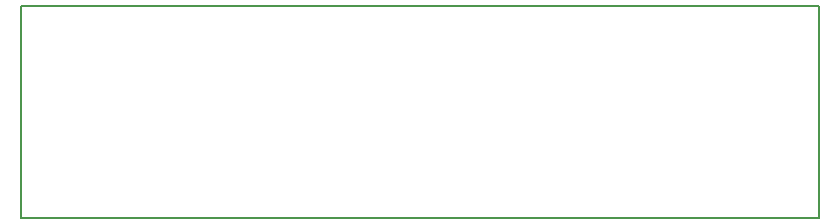
<source format=gbr>
G04 #@! TF.GenerationSoftware,KiCad,Pcbnew,(5.0.0)*
G04 #@! TF.CreationDate,2019-01-28T14:06:35-05:00*
G04 #@! TF.ProjectId,save,736176652E6B696361645F7063620000,rev?*
G04 #@! TF.SameCoordinates,Original*
G04 #@! TF.FileFunction,Profile,NP*
%FSLAX46Y46*%
G04 Gerber Fmt 4.6, Leading zero omitted, Abs format (unit mm)*
G04 Created by KiCad (PCBNEW (5.0.0)) date 01/28/19 14:06:35*
%MOMM*%
%LPD*%
G01*
G04 APERTURE LIST*
%ADD10C,0.150000*%
G04 APERTURE END LIST*
D10*
X75057000Y-110109000D02*
X75057000Y-92202000D01*
X142621000Y-110109000D02*
X75057000Y-110109000D01*
X142621000Y-92202000D02*
X142621000Y-110109000D01*
X75057000Y-92202000D02*
X142621000Y-92202000D01*
M02*

</source>
